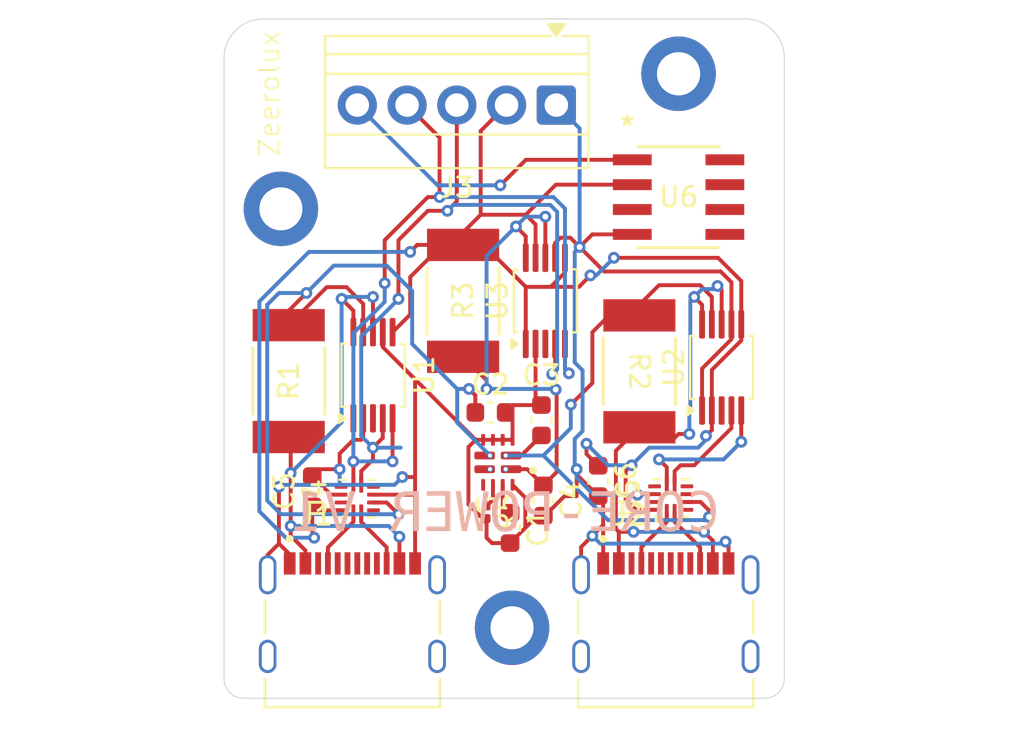
<source format=kicad_pcb>
(kicad_pcb (version 20241229) (generator "pcbnew") (generator_version "9.0")
  (layers (0 "F.Cu" signal) (2 "B.Cu" signal) (13 "F.Paste" user) (15 "B.Paste" user) (5 "F.SilkS" user "F.Silkscreen") (7 "B.SilkS" user "B.Silkscreen") (1 "F.Mask" user) (3 "B.Mask" user) (25 "Edge.Cuts" user))
  (net 0 "")
  (net 1 "Net-(U7-SS)")
  (net 2 "GND")
  (net 3 "J1V-")
  (net 4 "J2V-")
  (net 5 "MUXV+")
  (net 6 "MUXV-")
  (net 9 "CC1-1")
  (net 13 "CC2-1")
  (net 21 "CC2-2")
  (net 22 "CC1-2")
  (net 23 "SDA")
  (net 24 "RESET")
  (net 25 "SCL")
  (net 26 "J1V+")
  (net 27 "J2V+")
  (net 28 "Net-(U7-ILIM)")
  (footprint "Capacitor_SMD:C_0603_1608Metric" (layer "F.Cu") (at 92.9 113.6 90)
    (property "Reference" "C3")
    (property "Value" "10uF")
  )
  (footprint "Package_DFN_QFN:Texas_X2QFN-12_1.6x1.6mm_P0.4mm" (layer "F.Cu") (at 99.5 117.575 90)
    (property "Reference" "U5")
    (property "Value" "TUSB320")
  )
  (footprint "Package_SO:VSSOP-10_3x3mm_P0.5mm" (layer "F.Cu") (at 93.1 107.5 90)
    (property "Reference" "U3")
    (property "Value" "INA226")
  )
  (footprint "TerminalBlock:TerminalBlock_Xinya_XY308-2.54-5P_1x05_P2.54mm_Horizontal" (layer "F.Cu") (at 93.66 97.5 180)
    (property "Reference" "J3")
    (property "Value" "Screw_Terminal_01x05")
  )
  (footprint "WSLP2512R0100FEA:RES_VISHAY_WSLP2512_C_VIS" (layer "F.Cu") (at 88.9 107.5 90)
    (property "Reference" "R3")
    (property "Value" "WSLP2512R0100FEA")
  )
  (footprint "Capacitor_SMD:C_0603_1608Metric" (layer "F.Cu") (at 95.8 116.7 -90)
    (property "Reference" "C6")
    (property "Value" "100nF")
  )
  (footprint "TYPE-C-31-M-12:HRO_TYPE-C-31-M-12" (layer "F.Cu") (at 83.25 125.6625)
    (property "Reference" "J1")
    (property "Value" "USB_C_Receptacle_USB2.0_16P")
  )
  (footprint "Capacitor_SMD:C_0603_1608Metric" (layer "F.Cu") (at 91.3 119.1 -90)
    (property "Reference" "C1")
    (property "Value" "22nF")
  )
  (footprint "WSLP2512R0100FEA:RES_VISHAY_WSLP2512_C_VIS" (layer "F.Cu") (at 80 111.6 90)
    (property "Reference" "R1")
    (property "Value" "WSLP2512R0100FEA")
  )
  (footprint "" (layer "F.Cu") (at 99.9 95.9)
    (property "Reference" "")
    (property "Value" "")
  )
  (footprint "Package_SO:VSSOP-10_3x3mm_P0.5mm" (layer "F.Cu") (at 102.1 110.9 90)
    (property "Reference" "U2")
    (property "Value" "INA226")
  )
  (footprint "Capacitor_SMD:C_0603_1608Metric" (layer "F.Cu") (at 93 117.7 -90)
    (property "Reference" "C4")
    (property "Value" "22uF")
  )
  (footprint "Capacitor_SMD:C_0603_1608Metric" (layer "F.Cu") (at 90.3 113.2)
    (property "Reference" "C2")
    (property "Value" "10uF")
  )
  (footprint "Resistor_SMD:R_0201_0603Metric" (layer "F.Cu") (at 90.1 118.3 -90)
    (property "Reference" "R5")
    (property "Value" "5.5k")
  )
  (footprint "Package_SO:VSSOP-10_3x3mm_P0.5mm" (layer "F.Cu") (at 84.3 111.3 90)
    (property "Reference" "U1")
    (property "Value" "INA226")
  )
  (footprint "TYPE-C-31-M-12:HRO_TYPE-C-31-M-12" (layer "F.Cu") (at 99.25 125.6625)
    (property "Reference" "J2")
    (property "Value" "USB_C_Receptacle_USB2.0_16P")
  )
  (footprint "MountingHole:MountingHole_2.2mm_M2_DIN965_Pad" (layer "F.Cu") (at 91.4 124.2)
    (property "Reference" "REF**" (hide yes))
    (property "Value" "MountingHole_2.2mm_M2_DIN965_Pad")
  )
  (footprint "MountingHole:MountingHole_2.2mm_M2_DIN965_Pad" (layer "F.Cu") (at 99.9 95.9)
    (property "Reference" "REF**" (hide yes))
    (property "Value" "MountingHole_2.2mm_M2_DIN965_Pad")
  )
  (footprint "WSLP2512R0100FEA:RES_VISHAY_WSLP2512_C_VIS" (layer "F.Cu") (at 97.9 111.1 -90)
    (property "Reference" "R2")
    (property "Value" "WSLP2512R0100FEA")
  )
  (footprint "MountingHole:MountingHole_2.2mm_M2_DIN965_Pad" (layer "F.Cu") (at 79.6 102.8)
    (property "Reference" "REF**" (hide yes))
    (property "Value" "MountingHole_2.2mm_M2_DIN965_Pad")
  )
  (footprint "Package_DFN_QFN:Texas_X2QFN-12_1.6x1.6mm_P0.4mm" (layer "F.Cu") (at 83.5 117.6 90)
    (property "Reference" "U4")
    (property "Value" "TUSB320")
  )
  (footprint "TPS2121RUXR:IC_TPS2121RUXR" (layer "F.Cu") (at 90.675 115.75 180)
    (property "Reference" "U7")
    (property "Value" "TPS2121RUXR")
  )
  (footprint "MCP130T-315I/SN:SOIC8-N_MC_MCH" (layer "F.Cu") (at 99.9 102.2)
    (property "Reference" "U6")
    (property "Value" "MCP130T-315I/SN")
  )
  (footprint "Capacitor_SMD:C_0603_1608Metric" (layer "F.Cu") (at 81.2 117.225 90)
    (property "Reference" "C5")
    (property "Value" "100nF")
  )
  (gr_line (start 76.7 126.8) (end 76.7 95.1) (stroke (width 0.05)) (layer "Edge.Cuts"))
  (gr_arc (start 103.3 93.1) (mid 104.714214 93.685786) (end 105.3 95.1) (stroke (width 0.05)) (layer "Edge.Cuts"))
  (gr_line (start 105.3 95.1) (end 105.3 126.8) (stroke (width 0.05)) (layer "Edge.Cuts"))
  (gr_line (start 104.3 127.8) (end 77.7 127.8) (stroke (width 0.05)) (layer "Edge.Cuts"))
  (gr_arc (start 77.7 127.8) (mid 76.992893 127.507107) (end 76.7 126.8) (stroke (width 0.05)) (layer "Edge.Cuts"))
  (gr_line (start 78.7 93.1) (end 103.3 93.1) (stroke (width 0.05)) (layer "Edge.Cuts"))
  (gr_arc (start 76.7 95.1) (mid 77.285786 93.685786) (end 78.7 93.1) (stroke (width 0.05)) (layer "Edge.Cuts"))
  (gr_arc (start 105.3 126.8) (mid 105.007107 127.507107) (end 104.3 127.8) (stroke (width 0.05)) (layer "Edge.Cuts"))
  (gr_text "Zeerolux" (at 79.6 100.2 90) (layer "F.SilkS") (effects (font (size 1 1) (thickness 0.1)) (justify left bottom)))
  (gr_text "CORE-POWER V1" (at 102 119.6 0) (layer "B.SilkS") (effects (font (size 2 2) (thickness 0.1)) (justify left bottom mirror)))
  (segment (start 90.925 117.95) (end 90.925 116.9) (width 0.2) (layer "F.Cu") (net 1))
  (segment (start 91.3 118.325) (end 90.925 117.95) (width 0.2) (layer "F.Cu") (net 1))
  (segment (start 94.7 116.1) (end 94.7 117.475) (width 0.2) (layer "F.Cu") (net 2))
  (segment (start 95.5 119.5) (end 96.05 118.95) (width 0.2) (layer "F.Cu") (net 2))
  (segment (start 94.925 121.4925) (end 94.925 120.075) (width 0.2) (layer "F.Cu") (net 2))
  (segment (start 79.5 119.9) (end 79.5 119.4) (width 0.2) (layer "F.Cu") (net 2))
  (segment (start 89.174 114.967176) (end 89.541176 114.6) (width 0.2) (layer "F.Cu") (net 2))
  (segment (start 83.8 114.5) (end 83.8 113.5) (width 0.2) (layer "F.Cu") (net 2))
  (segment (start 91.3 119.875) (end 90.375 119.875) (width 0.2) (layer "F.Cu") (net 2))
  (segment (start 89.900001 118.62) (end 89.174 117.893999) (width 0.2) (layer "F.Cu") (net 2))
  (segment (start 98.675 117.375) (end 97.825 117.375) (width 0.2) (layer "F.Cu") (net 2))
  (segment (start 93.075 118.475) (end 94.075 117.475) (width 0.2) (layer "F.Cu") (net 2))
  (segment (start 91.425 113.55) (end 91.075 113.2) (width 0.2) (layer "F.Cu") (net 2))
  (segment (start 78.925 120.475) (end 78.925 121.4925) (width 0.2) (layer "F.Cu") (net 2))
  (segment (start 90.1 119.6) (end 90.1 118.62) (width 0.2) (layer "F.Cu") (net 2))
  (segment (start 86.45 117.4) (end 86.45 116.5) (width 0.2) (layer "F.Cu") (net 2))
  (segment (start 92.6 112.525) (end 92.9 112.825) (width 0.2) (layer "F.Cu") (net 2))
  (segment (start 92.7 118.475) (end 92.076 119.099) (width 0.2) (layer "F.Cu") (net 2))
  (segment (start 81.55 116.1) (end 81.2 116.45) (width 0.2) (layer "F.Cu") (net 2))
  (segment (start 93 118.475) (end 93.075 118.475) (width 0.2) (layer "F.Cu") (net 2))
  (segment (start 79.5 119.4) (end 79.5 117) (width 0.2) (layer "F.Cu") (net 2))
  (segment (start 90.375 119.875) (end 90.1 119.6) (width 0.2) (layer "F.Cu") (net 2))
  (segment (start 92.076 119.099) (end 91.3 119.875) (width 0.2) (layer "F.Cu") (net 2))
  (segment (start 102.45 119.95) (end 102.3 119.8) (width 0.2) (layer "F.Cu") (net 2))
  (segment (start 83.3 114.6) (end 83.7 114.6) (width 0.2) (layer "F.Cu") (net 2))
  (segment (start 102.45 120.9125) (end 102.45 119.95) (width 0.2) (layer "F.Cu") (net 2))
  (segment (start 82.6 115.3) (end 82.6 116.1) (width 0.2) (layer "F.Cu") (net 2))
  (segment (start 94.374 104.274) (end 94.85 104.75) (width 0.2) (layer "F.Cu") (net 2))
  (segment (start 96.05 120.9125) (end 96.05 118.95) (width 0.2) (layer "F.Cu") (net 2))
  (segment (start 86.45 120.9125) (end 86.45 117.4) (width 0.2) (layer "F.Cu") (net 2))
  (segment (start 96.05 118.95) (end 96.05 117.725) (width 0.2) (layer "F.Cu") (net 2))
  (segment (start 92.6 109.7) (end 92.6 112.525) (width 0.2) (layer "F.Cu") (net 2))
  (segment (start 95.495 104.105) (end 94.85 104.75) (width 0.2) (layer "F.Cu") (net 2))
  (segment (start 94.85 104.75) (end 96.1 106) (width 0.2) (layer "F.Cu") (net 2))
  (segment (start 84.8 109.858824) (end 85.920588 110.979412) (width 0.2) (layer "F.Cu") (net 2))
  (segment (start 79.5 119.9) (end 78.925 120.475) (width 0.2) (layer "F.Cu") (net 2))
  (segment (start 101.1 110.958824) (end 102.6 109.458824) (width 0.2) (layer "F.Cu") (net 2))
  (segment (start 96.05 117.625) (end 95.9 117.475) (width 0.2) (layer "F.Cu") (net 2))
  (segment (start 91.425 114.6) (end 91.425 113.55) (width 0.2) (layer "F.Cu") (net 2))
  (segment (start 80.05 120.9125) (end 80.05 120.45) (width 0.2) (layer "F.Cu") (net 2))
  (segment (start 82.6 116.1) (end 81.55 116.1) (width 0.2) (layer "F.Cu") (net 2))
  (segment (start 84.8 109.1) (end 84.8 109.858824) (width 0.2) (layer "F.Cu") (net 2))
  (segment (start 86.45 116.5) (end 86.45 111.508824) (width 0.2) (layer "F.Cu") (net 2))
  (segment (start 102.049943 106) (end 102.6 106.550057) (width 0.2) (layer "F.Cu") (net 2))
  (segment (start 82.15 117.4) (end 81.2 116.45) (width 0.2) (layer "F.Cu") (net 2))
  (segment (start 94.075 117.475) (end 94.7 117.475) (width 0.2) (layer "F.Cu") (net 2))
  (segment (start 93.867176 104.274) (end 94.374 104.274) (width 0.2) (layer "F.Cu") (net 2))
  (segment (start 83.3 114.6) (end 82.6 115.3) (width 0.2) (layer "F.Cu") (net 2))
  (segment (start 97.5378 104.105) (end 95.495 104.105) (width 0.2) (layer "F.Cu") (net 2))
  (segment (start 94.7 116.1) (end 94.7 116.375) (width 0.2) (layer "F.Cu") (net 2))
  (segment (start 101.1 113.1) (end 101.1 110.958824) (width 0.2) (layer "F.Cu") (net 2))
  (segment (start 84.325 117.4) (end 86.45 117.4) (width 0.2) (layer "F.Cu") (net 2))
  (segment (start 82.675 117.4) (end 82.15 117.4) (width 0.2) (layer "F.Cu") (net 2))
  (segment (start 96.1 106) (end 102.049943 106) (width 0.2) (layer "F.Cu") (net 2))
  (segment (start 85.8 116.5) (end 86.45 116.5) (width 0.2) (layer "F.Cu") (net 2))
  (segment (start 85.920588 110.979412) (end 89.541176 114.6) (width 0.2) (layer "F.Cu") (net 2))
  (segment (start 93.6 104.541176) (end 93.867176 104.274) (width 0.2) (layer "F.Cu") (net 2))
  (segment (start 93 118.475) (end 92.7 118.475) (width 0.2) (layer "F.Cu") (net 2))
  (segment (start 94.925 120.075) (end 95.5 119.5) (width 0.2) (layer "F.Cu") (net 2))
  (segment (start 90.1 118.62) (end 89.900001 118.62) (width 0.2) (layer "F.Cu") (net 2))
  (segment (start 92.9 112.825) (end 91.45 112.825) (width 0.2) (layer "F.Cu") (net 2))
  (segment (start 92.076 117.551) (end 92.076 119.099) (width 0.2) (layer "F.Cu") (net 2))
  (segment (start 80.05 120.45) (end 79.5 119.9) (width 0.2) (layer "F.Cu") (net 2))
  (segment (start 91.45 112.825) (end 91.075 113.2) (width 0.2) (layer "F.Cu") (net 2))
  (segment (start 91.425 116.9) (end 92.076 117.551) (width 0.2) (layer "F.Cu") (net 2))
  (segment (start 97.825 117.375) (end 97.8 117.4) (width 0.2) (layer "F.Cu") (net 2))
  (segment (start 102.6 106.550057) (end 102.6 108.7) (width 0.2) (layer "F.Cu") (net 2))
  (segment (start 93.6 105.3) (end 93.6 104.541176) (width 0.2) (layer "F.Cu") (net 2))
  (segment (start 86.45 111.508824) (end 85.920588 110.979412) (width 0.2) (layer "F.Cu") (net 2))
  (segment (start 96.05 117.725) (end 95.8 117.475) (width 0.2) (layer "F.Cu") (net 2))
  (segment (start 94.7 116.375) (end 95.8 117.475) (width 0.2) (layer "F.Cu") (net 2))
  (segment (start 89.174 117.893999) (end 89.174 114.967176) (width 0.2) (layer "F.Cu") (net 2))
  (segment (start 102.6 109.458824) (end 102.6 108.7) (width 0.2) (layer "F.Cu") (net 2))
  (segment (start 83.7 114.6) (end 83.8 114.5) (width 0.2) (layer "F.Cu") (net 2))
  (segment (start 83.3 113.5) (end 83.3 114.6) (width 0.2) (layer "F.Cu") (net 2))
  (segment (start 89.541176 114.6) (end 89.925 114.6) (width 0.2) (layer "F.Cu") (net 2))
  (segment (start 89.925 114.6) (end 91.425 114.6) (width 0.2) (layer "F.Cu") (net 2))
  (via (at 97.8 117.4) (size 0.6) (drill 0.3) (layers "F.Cu" "B.Cu") (net 2))
  (via (at 82.6 116.1) (size 0.6) (drill 0.3) (layers "F.Cu" "B.Cu") (net 2))
  (via (at 102.3 119.8) (size 0.6) (drill 0.3) (layers "F.Cu" "B.Cu") (net 2))
  (via (at 94.85 104.75) (size 0.6) (drill 0.3) (layers "F.Cu" "B.Cu") (net 2))
  (via (at 85.8 116.5) (size 0.6) (drill 0.3) (layers "F.Cu" "B.Cu") (net 2))
  (via (at 79.5 117) (size 0.6) (drill 0.3) (layers "F.Cu" "B.Cu") (net 2))
  (via (at 95.5 119.5) (size 0.6) (drill 0.3) (layers "F.Cu" "B.Cu") (net 2))
  (via (at 94.7 116.1) (size 0.6) (drill 0.3) (layers "F.Cu" "B.Cu") (net 2))
  (segment (start 94.85 98.69) (end 94.85 104.75) (width 0.2) (layer "B.Cu") (net 2))
  (segment (start 82.6 116.9) (end 79.6 116.9) (width 0.2) (layer "B.Cu") (net 2))
  (segment (start 94.7 116.5329) (end 94.7 116.1) (width 0.2) (layer "B.Cu") (net 2))
  (segment (start 85.8 116.5) (end 85.4 116.9) (width 0.2) (layer "B.Cu") (net 2))
  (segment (start 95 111.050057) (end 95 114.150057) (width 0.2) (layer "B.Cu") (net 2))
  (segment (start 94.6 110.650057) (end 95 111.050057) (width 0.2) (layer "B.Cu") (net 2))
  (segment (start 94.599 115.999) (end 94.7 116.1) (width 0.2) (layer "B.Cu") (net 2))
  (segment (start 97.8 117.4) (end 95.5671 117.4) (width 0.2) (layer "B.Cu") (net 2))
  (segment (start 82.6 116.1) (end 82.6 116.9) (width 0.2) (layer "B.Cu") (net 2))
  (segment (start 85.4 116.9) (end 82.6 116.9) (width 0.2) (layer "B.Cu") (net 2))
  (segment (start 93.66 97.5) (end 94.85 98.69) (width 0.2) (layer "B.Cu") (net 2))
  (segment (start 102.3 119.8) (end 102.199 119.901) (width 0.2) (layer "B.Cu") (net 2))
  (segment (start 95.901 119.901) (end 95.5 119.5) (width 0.2) (layer "B.Cu") (net 2))
  (segment (start 94.599 114.551057) (end 94.599 115.999) (width 0.2) (layer "B.Cu") (net 2))
  (segment (start 95.5671 117.4) (end 94.7 116.5329) (width 0.2) (layer "B.Cu") (net 2))
  (segment (start 94.6 105) (end 94.6 110.650057) (width 0.2) (layer "B.Cu") (net 2))
  (segment (start 94.85 104.75) (end 94.6 105) (width 0.2) (layer "B.Cu") (net 2))
  (segment (start 79.6 116.9) (end 79.5 117) (width 0.2) (layer "B.Cu") (net 2))
  (segment (start 95 114.150057) (end 94.599 114.551057) (width 0.2) (layer "B.Cu") (net 2))
  (segment (start 102.199 119.901) (end 95.901 119.901) (width 0.2) (layer "B.Cu") (net 2))
  (segment (start 89.525 112.325) (end 89.2 112) (width 0.2) (layer "F.Cu") (net 3))
  (segment (start 80 108) (end 80 108.7425) (width 0.2) (layer "F.Cu") (net 3))
  (segment (start 83.8 107.650057) (end 82.948943 106.799) (width 0.2) (layer "F.Cu") (net 3))
  (segment (start 82.948943 106.799) (end 81.9435 106.799) (width 0.2) (layer "F.Cu") (net 3))
  (segment (start 81.9435 106.799) (end 80 108.7425) (width 0.2) (layer "F.Cu") (net 3))
  (segment (start 84.325 117.8) (end 85 117.8) (width 0.2) (layer "F.Cu") (net 3))
  (segment (start 85 117.8) (end 85.6 118.4) (width 0.2) (layer "F.Cu") (net 3))
  (segment (start 80.9 107.1) (end 80 108) (width 0.2) (layer "F.Cu") (net 3))
  (segment (start 83.8 109.1) (end 83.8 107.650057) (width 0.2) (layer "F.Cu") (net 3))
  (segment (start 89.525 113.2) (end 89.525 112.325) (width 0.2) (layer "F.Cu") (net 3))
  (via (at 89.2 112) (size 0.6) (drill 0.3) (layers "F.Cu" "B.Cu") (net 3))
  (via (at 80.9 107.1) (size 0.6) (drill 0.3) (layers "F.Cu" "B.Cu") (net 3))
  (via (at 85.6 118.4) (size 0.6) (drill 0.3) (layers "F.Cu" "B.Cu") (net 3))
  (segment (start 78.9 117.7) (end 79.6 118.4) (width 0.2) (layer "B.Cu") (net 3))
  (segment (start 88.6 113.725) (end 90.275 115.4) (width 0.2) (layer "B.Cu") (net 3))
  (segment (start 86.3 109.7) (end 88.6 112) (width 0.2) (layer "B.Cu") (net 3))
  (segment (start 86.3 107) (end 86.3 109.7) (width 0.2) (layer "B.Cu") (net 3))
  (segment (start 88.6 112) (end 88.6 113.725) (width 0.2) (layer "B.Cu") (net 3))
  (segment (start 80.9 107.1) (end 79.5 107.1) (width 0.2) (layer "B.Cu") (net 3))
  (segment (start 80.9 107.1) (end 82.3 105.7) (width 0.2) (layer "B.Cu") (net 3))
  (segment (start 79.6 118.4) (end 85.6 118.4) (width 0.2) (layer "B.Cu") (net 3))
  (segment (start 89.2 112) (end 88.6 112) (width 0.2) (layer "B.Cu") (net 3))
  (segment (start 79.5 107.1) (end 78.9 107.7) (width 0.2) (layer "B.Cu") (net 3))
  (segment (start 82.3 105.7) (end 85 105.7) (width 0.2) (layer "B.Cu") (net 3))
  (segment (start 85 105.7) (end 86.3 107) (width 0.2) (layer "B.Cu") (net 3))
  (segment (start 78.9 107.7) (end 78.9 117.7) (width 0.2) (layer "B.Cu") (net 3))
  (segment (start 98.9 106.7) (end 97.9 107.7) (width 0.2) (layer "F.Cu") (net 4))
  (segment (start 96.3575 108.2425) (end 97.9 108.2425) (width 0.2) (layer "F.Cu") (net 4))
  (segment (start 101.452983 118.203172) (end 101.024811 117.775) (width 0.2) (layer "F.Cu") (net 4))
  (segment (start 97.9 107.7) (end 97.9 108.2425) (width 0.2) (layer "F.Cu") (net 4))
  (segment (start 101 106.7) (end 98.9 106.7) (width 0.2) (layer "F.Cu") (net 4))
  (segment (start 91.35 115.4) (end 91.875 115.4) (width 0.2) (layer "F.Cu") (net 4))
  (segment (start 91.875 115.4) (end 92.9 114.375) (width 0.2) (layer "F.Cu") (net 4))
  (segment (start 95.5 111.7) (end 95.5 109.1) (width 0.2) (layer "F.Cu") (net 4))
  (segment (start 101.452983 118.541051) (end 101.452983 118.203172) (width 0.2) (layer "F.Cu") (net 4))
  (segment (start 95.5 109.1) (end 96.3575 108.2425) (width 0.2) (layer "F.Cu") (net 4))
  (segment (start 101.6 108.7) (end 101.6 107.3) (width 0.2) (layer "F.Cu") (net 4))
  (segment (start 94.4 112.8) (end 95.5 111.7) (width 0.2) (layer "F.Cu") (net 4))
  (segment (start 101.024811 117.775) (end 100.325 117.775) (width 0.2) (layer "F.Cu") (net 4))
  (segment (start 101.6 107.3) (end 101 106.7) (width 0.2) (layer "F.Cu") (net 4))
  (via (at 101.452983 118.541051) (size 0.6) (drill 0.3) (layers "F.Cu" "B.Cu") (net 4))
  (via (at 94.4 112.8) (size 0.6) (drill 0.3) (layers "F.Cu" "B.Cu") (net 4))
  (segment (start 96.3 118.7) (end 93 115.4) (width 0.2) (layer "B.Cu") (net 4))
  (segment (start 101.452983 118.541051) (end 101.294034 118.7) (width 0.2) (layer "B.Cu") (net 4))
  (segment (start 94.4 114) (end 94.4 112.8) (width 0.2) (layer "B.Cu") (net 4))
  (segment (start 101.294034 118.7) (end 96.3 118.7) (width 0.2) (layer "B.Cu") (net 4))
  (segment (start 93 115.4) (end 91.075 115.4) (width 0.2) (layer "B.Cu") (net 4))
  (segment (start 93 115.4) (end 94.4 114) (width 0.2) (layer "B.Cu") (net 4))
  (segment (start 93.1 105.3) (end 93.1 103.2) (width 0.2) (layer "F.Cu") (net 5))
  (segment (start 92.1 104.2) (end 91.6 103.7) (width 0.2) (layer "F.Cu") (net 5))
  (segment (start 92.175 116.1) (end 91.35 116.1) (width 0.2) (layer "F.Cu") (net 5))
  (segment (start 93.629888 112.077888) (end 93.676 112.124) (width 0.2) (layer "F.Cu") (net 5))
  (segment (start 93.629888 112.029515) (end 93.629888 112.077888) (width 0.2) (layer "F.Cu") (net 5))
  (segment (start 93.676 116.249) (end 93 116.925) (width 0.2) (layer "F.Cu") (net 5))
  (segment (start 93.676 112.124) (end 93.676 116.249) (width 0.2) (layer "F.Cu") (net 5))
  (segment (start 90.1 112) (end 90.1 111.5575) (width 0.2) (layer "F.Cu") (net 5))
  (segment (start 93 116.925) (end 92.175 116.1) (width 0.2) (layer "F.Cu") (net 5))
  (segment (start 90.1 111.5575) (end 88.9 110.3575) (width 0.2) (layer "F.Cu") (net 5))
  (segment (start 92.1 105.3) (end 92.1 104.2) (width 0.2) (layer "F.Cu") (net 5))
  (via (at 93.1 103.2) (size 0.6) (drill 0.3) (layers "F.Cu" "B.Cu") (net 5))
  (via (at 91.6 103.7) (size 0.6) (drill 0.3) (layers "F.Cu" "B.Cu") (net 5))
  (via (at 93.629888 112.029515) (size 0.6) (drill 0.3) (layers "F.Cu" "B.Cu") (net 5))
  (via (at 90.1 112) (size 0.6) (drill 0.3) (layers "F.Cu" "B.Cu") (net 5))
  (segment (start 90.1 105.2) (end 91.6 103.7) (width 0.2) (layer "B.Cu") (net 5))
  (segment (start 93.629515 112.029515) (end 93.6 112) (width 0.2) (layer "B.Cu") (net 5))
  (segment (start 93.6 112) (end 90.1 112) (width 0.2) (layer "B.Cu") (net 5))
  (segment (start 90.1 112) (end 90.1 105.2) (width 0.2) (layer "B.Cu") (net 5))
  (segment (start 93.629888 112.029515) (end 93.629515 112.029515) (width 0.2) (layer "B.Cu") (net 5))
  (segment (start 93.1 103.2) (end 92.1 103.2) (width 0.2) (layer "B.Cu") (net 5))
  (segment (start 92.1 103.2) (end 91.6 103.7) (width 0.2) (layer "B.Cu") (net 5))
  (segment (start 97.199 116.201) (end 97.199 117.648943) (width 0.2) (layer "F.Cu") (net 6))
  (segment (start 92.6 103.6) (end 92.1 103.1) (width 0.2) (layer "F.Cu") (net 6))
  (segment (start 89.8 103.1) (end 88.9 104) (width 0.2) (layer "F.Cu") (net 6))
  (segment (start 89.8 103.1) (end 89.8 98.82) (width 0.2) (layer "F.Cu") (net 6))
  (segment (start 93.635 101.565) (end 92.1 103.1) (width 0.2) (layer "F.Cu") (net 6))
  (segment (start 86.201 108.199) (end 86.201 106.284264) (width 0.2) (layer "F.Cu") (net 6))
  (segment (start 87.842764 104.6425) (end 88.9 104.6425) (width 0.2) (layer "F.Cu") (net 6))
  (segment (start 101.6 114.1) (end 101.6 113.1) (width 0.2) (layer "F.Cu") (net 6))
  (segment (start 101.3 114.4) (end 101.6 114.1) (width 0.2) (layer "F.Cu") (net 6))
  (segment (start 92.1 109.7) (end 92.1 106.785264) (width 0.2) (layer "F.Cu") (net 6))
  (segment (start 92.1 106.785264) (end 89.957236 104.6425) (width 0.2) (layer "F.Cu") (net 6))
  (segment (start 89.8 98.82) (end 91.12 97.5) (width 0.2) (layer "F.Cu") (net 6))
  (segment (start 81.2 119.5) (end 81.2 118) (width 0.2) (layer "F.Cu") (net 6))
  (segment (start 97.199 117.648943) (end 97.725057 118.175) (width 0.2) (layer "F.Cu") (net 6))
  (segment (start 81.3 119.6) (end 81.2 119.5) (width 0.2) (layer "F.Cu") (net 6))
  (segment (start 93.37356 106.785264) (end 92.1 106.785264) (width 0.2) (layer "F.Cu") (net 6))
  (segment (start 97.5 115.9) (end 97.199 116.201) (width 0.2) (layer "F.Cu") (net 6))
  (segment (start 88.9 104) (end 88.9 104.6425) (width 0.2) (layer "F.Cu") (net 6))
  (segment (start 95.2 114.8) (end 95.2 115.325) (width 0.2) (layer "F.Cu") (net 6))
  (segment (start 86.201 106.284264) (end 87.842764 104.6425) (width 0.2) (layer "F.Cu") (net 6))
  (segment (start 97.5378 101.565) (end 93.635 101.565) (width 0.2) (layer "F.Cu") (net 6))
  (segment (start 101.6 111.025924) (end 103.1 109.525924) (width 0.2) (layer "F.Cu") (net 6))
  (segment (start 101.6 113.1) (end 101.6 111.025924) (width 0.2) (layer "F.Cu") (net 6))
  (segment (start 103.1 109.525924) (end 103.1 108.7) (width 0.2) (layer "F.Cu") (net 6))
  (segment (start 86.2 105) (end 86.5575 104.6425) (width 0.2) (layer "F.Cu") (net 6))
  (segment (start 103.1 108.7) (end 103.1 106.482957) (width 0.2) (layer "F.Cu") (net 6))
  (segment (start 81.4 118.2) (end 82.675 118.2) (width 0.2) (layer "F.Cu") (net 6))
  (segment (start 94.1 106.058824) (end 93.37356 106.785264) (width 0.2) (layer "F.Cu") (net 6))
  (segment (start 95.2 115.325) (end 95.8 115.925) (width 0.2) (layer "F.Cu") (net 6))
  (segment (start 86.5575 104.6425) (end 88.9 104.6425) (width 0.2) (layer "F.Cu") (net 6))
  (segment (start 92.1 103.1) (end 89.8 103.1) (width 0.2) (layer "F.Cu") (net 6))
  (segment (start 95.9 115.925) (end 95.9 115.5) (width 0.2) (layer "F.Cu") (net 6))
  (segment (start 94.1 105.3) (end 94.1 106.058824) (width 0.2) (layer "F.Cu") (net 6))
  (segment (start 81.2 118) (end 81.4 118.2) (width 0.2) (layer "F.Cu") (net 6))
  (segment (start 93.37356 106.785264) (end 94.814736 106.785264) (width 0.2) (layer "F.Cu") (net 6))
  (segment (start 103.1 106.482957) (end 101.917043 105.3) (width 0.2) (layer "F.Cu") (net 6))
  (segment (start 85.3 109.1) (end 86.201 108.199) (width 0.2) (layer "F.Cu") (net 6))
  (segment (start 94.814736 106.785264) (end 95.4 106.2) (width 0.2) (layer "F.Cu") (net 6))
  (segment (start 92.6 105.3) (end 92.6 103.6) (width 0.2) (layer "F.Cu") (net 6))
  (segment (start 101.917043 105.3) (end 96.6 105.3) (width 0.2) (layer "F.Cu") (net 6))
  (segment (start 89.957236 104.6425) (end 88.9 104.6425) (width 0.2) (layer "F.Cu") (net 6))
  (segment (start 97.725057 118.175) (end 98.675 118.175) (width 0.2) (layer "F.Cu") (net 6))
  (via (at 96.6 105.3) (size 0.6) (drill 0.3) (layers "F.Cu" "B.Cu") (net 6))
  (via (at 101.3 114.4) (size 0.6) (drill 0.3) (layers "F.Cu" "B.Cu") (net 6))
  (via (at 81.3 119.6) (size 0.6) (drill 0.3) (layers "F.Cu" "B.Cu") (net 6))
  (via (at 97.5 115.9) (size 0.6) (drill 0.3) (layers "F.Cu" "B.Cu") (net 6))
  (via (at 86.2 105) (size 0.6) (drill 0.3) (layers "F.Cu" "B.Cu") (net 6))
  (via (at 95.2 114.8) (size 0.6) (drill 0.3) (layers "F.Cu" "B.Cu") (net 6))
  (via (at 95.4 106.2) (size 0.6) (drill 0.3) (layers "F.Cu" "B.Cu") (net 6))
  (segment (start 97.5 115.9) (end 96.3 115.9) (width 0.2) (layer "B.Cu") (net 6))
  (segment (start 100.901 114.999) (end 101.3 114.6) (width 0.2) (layer "B.Cu") (net 6))
  (segment (start 96.3 115.9) (end 95.2 114.8) (width 0.2) (layer "B.Cu") (net 6))
  (segment (start 97.5 115.9) (end 98.401 114.999) (width 0.2) (layer "B.Cu") (net 6))
  (segment (start 95.7 106.2) (end 96.6 105.3) (width 0.2) (layer "B.Cu") (net 6))
  (segment (start 78.499 107.5339) (end 81.0329 105) (width 0.2) (layer "B.Cu") (net 6))
  (segment (start 101.3 114.6) (end 101.3 114.4) (width 0.2) (layer "B.Cu") (net 6))
  (segment (start 79.850057 119.6) (end 78.499 118.248943) (width 0.2) (layer "B.Cu") (net 6))
  (segment (start 81.3 119.6) (end 79.850057 119.6) (width 0.2) (layer "B.Cu") (net 6))
  (segment (start 78.499 118.248943) (end 78.499 107.5339) (width 0.2) (layer "B.Cu") (net 6))
  (segment (start 98.401 114.999) (end 100.901 114.999) (width 0.2) (layer "B.Cu") (net 6))
  (segment (start 81.0329 105) (end 86.2 105) (width 0.2) (layer "B.Cu") (net 6))
  (segment (start 95.4 106.2) (end 95.7 106.2) (width 0.2) (layer "B.Cu") (net 6))
  (segment (start 83.3 118.325) (end 83.3 118.7905) (width 0.2) (layer "F.Cu") (net 9))
  (segment (start 82 120.0905) (end 82 120.9125) (width 0.2) (layer "F.Cu") (net 9))
  (segment (start 83.3 118.7905) (end 82 120.0905) (width 0.2) (layer "F.Cu") (net 9))
  (segment (start 83.7 118.325) (end 83.7 118.7905) (width 0.2) (layer "F.Cu") (net 13))
  (segment (start 83.7 118.7905) (end 85 120.0905) (width 0.2) (layer "F.Cu") (net 13))
  (segment (start 85 120.0905) (end 85 120.9125) (width 0.2) (layer "F.Cu") (net 13))
  (segment (start 99.7 118.3) (end 99.7 118.7905) (width 0.2) (layer "F.Cu") (net 21))
  (segment (start 99.7 118.7905) (end 101 120.0905) (width 0.2) (layer "F.Cu") (net 21))
  (segment (start 101 120.0905) (end 101 120.9125) (width 0.2) (layer "F.Cu") (net 21))
  (segment (start 99.3 118.3) (end 99.3 118.7905) (width 0.2) (layer "F.Cu") (net 22))
  (segment (start 99.3 118.7905) (end 98 120.0905) (width 0.2) (layer "F.Cu") (net 22))
  (segment (start 98 120.0905) (end 98 120.9125) (width 0.2) (layer "F.Cu") (net 22))
  (segment (start 100.7 115.9) (end 102.6 114) (width 0.2) (layer "F.Cu") (net 23))
  (segment (start 102.6 114) (end 102.6 113.1) (width 0.2) (layer "F.Cu") (net 23))
  (segment (start 87.1 102.9) (end 88.1 102.9) (width 0.2) (layer "F.Cu") (net 23))
  (segment (start 85.6 107.4) (end 85.6 104.4) (width 0.2) (layer "F.Cu") (net 23))
  (segment (start 83.7 116.875) (end 83.7 116.2) (width 0.2) (layer "F.Cu") (net 23))
  (segment (start 84.8 114.5) (end 84.8 113.5) (width 0.2) (layer "F.Cu") (net 23))
  (segment (start 93.6 111.1) (end 93.6 109.7) (width 0.2) (layer "F.Cu") (net 23))
  (segment (start 84.3 115.6) (end 84.3 115) (width 0.2) (layer "F.Cu") (net 23))
  (segment (start 85.6 104.4) (end 87.1 102.9) (width 0.2) (layer "F.Cu") (net 23))
  (segment (start 84.3 115) (end 84.8 114.5) (width 0.2) (layer "F.Cu") (net 23))
  (segment (start 93.45 111.25) (end 93.6 111.1) (width 0.2) (layer "F.Cu") (net 23))
  (segment (start 83.7 116.2) (end 84.3 115.6) (width 0.2) (layer "F.Cu") (net 23))
  (segment (start 88.58 97.5) (end 88.58 102.42) (width 0.2) (layer "F.Cu") (net 23))
  (segment (start 99.7 116.2) (end 100 115.9) (width 0.2) (layer "F.Cu") (net 23))
  (segment (start 88.58 102.42) (end 88.1 102.9) (width 0.2) (layer "F.Cu") (net 23))
  (segment (start 100 115.9) (end 100.7 115.9) (width 0.2) (layer "F.Cu") (net 23))
  (segment (start 99.7 116.85) (end 99.7 116.2) (width 0.2) (layer "F.Cu") (net 23))
  (via (at 93.45 111.25) (size 0.6) (drill 0.3) (layers "F.Cu" "B.Cu") (net 23))
  (via (at 84.3 115) (size 0.6) (drill 0.3) (layers "F.Cu" "B.Cu") (net 23))
  (via (at 85.6 107.4) (size 0.6) (drill 0.3) (layers "F.Cu" "B.Cu") (net 23))
  (via (at 88.1 102.9) (size 0.6) (drill 0.3) (layers "F.Cu" "B.Cu") (net 23))
  (segment (start 93.6 111.1) (end 93.45 111.25) (width 0.2) (layer "B.Cu") (net 23))
  (segment (start 84.558522 108.458521) (end 85.6 107.417043) (width 0.2) (layer "B.Cu") (net 23))
  (segment (start 83.701 109.316043) (end 84.558522 108.458521) (width 0.2) (layer "B.Cu") (net 23))
  (segment (start 93.348943 102.599) (end 93.701 102.951057) (width 0.2) (layer "B.Cu") (net 23))
  (segment (start 93.701 102.951057) (end 93.701 110.999) (width 0.2) (layer "B.Cu") (net 23))
  (segment (start 93.45 111.25) (end 93.3 111.4) (width 0.2) (layer "B.Cu") (net 23))
  (segment (start 84.3 115) (end 85.717043 115) (width 0.2) (layer "B.Cu") (net 23))
  (segment (start 83.701 112.5) (end 83.701 109.316043) (width 0.2) (layer "B.Cu") (net 23))
  (segment (start 84.3 115) (end 83.701 114.401) (width 0.2) (layer "B.Cu") (net 23))
  (segment (start 88.1 102.9) (end 88.401 102.599) (width 0.2) (layer "B.Cu") (net 23))
  (segment (start 83.701 114.401) (end 83.701 112.5) (width 0.2) (layer "B.Cu") (net 23))
  (segment (start 93.701 110.999) (end 93.6 111.1) (width 0.2) (layer "B.Cu") (net 23))
  (segment (start 85.6 107.417043) (end 85.6 107.4) (width 0.2) (layer "B.Cu") (net 23))
  (segment (start 88.401 102.599) (end 93.348943 102.599) (width 0.2) (layer "B.Cu") (net 23))
  (segment (start 91.2 101.2) (end 92.105 100.295) (width 0.2) (layer "F.Cu") (net 24))
  (segment (start 90.8 101.598) (end 91.198 101.2) (width 0.2) (layer "F.Cu") (net 24))
  (segment (start 92.105 100.295) (end 97.5378 100.295) (width 0.2) (layer "F.Cu") (net 24))
  (segment (start 91.198 101.2) (end 91.2 101.2) (width 0.2) (layer "F.Cu") (net 24))
  (via (at 90.8 101.598) (size 0.6) (drill 0.3) (layers "F.Cu" "B.Cu") (net 24))
  (segment (start 87.598 101.598) (end 83.5 97.5) (width 0.2) (layer "B.Cu") (net 24))
  (segment (start 90.8 101.598) (end 87.598 101.598) (width 0.2) (layer "B.Cu") (net 24))
  (segment (start 94.1 111) (end 94.1 109.7) (width 0.2) (layer "F.Cu") (net 25))
  (segment (start 87.7 99.16) (end 86.04 97.5) (width 0.2) (layer "F.Cu") (net 25))
  (segment (start 99.3 116.85) (end 99.3 116) (width 0.2) (layer "F.Cu") (net 25))
  (segment (start 84.9 104.4) (end 87.1 102.2) (width 0.2) (layer "F.Cu") (net 25))
  (segment (start 85.3 115.7) (end 85.3 113.5) (width 0.2) (layer "F.Cu") (net 25))
  (segment (start 94.3 111.2) (end 94.1 111) (width 0.2) (layer "F.Cu") (net 25))
  (segment (start 87.7 102.2) (end 87.7 99.16) (width 0.2) (layer "F.Cu") (net 25))
  (segment (start 87.1 102.2) (end 87.7 102.2) (width 0.2) (layer "F.Cu") (net 25))
  (segment (start 83.3 116.875) (end 83.3 115.7) (width 0.2) (layer "F.Cu") (net 25))
  (segment (start 84.9 106.6) (end 84.9 104.4) (width 0.2) (layer "F.Cu") (net 25))
  (segment (start 99.3 116) (end 98.9 115.6) (width 0.2) (layer "F.Cu") (net 25))
  (segment (start 103.1 114.7) (end 103.1 113.1) (width 0.2) (layer "F.Cu") (net 25))
  (via (at 103.1 114.7) (size 0.6) (drill 0.3) (layers "F.Cu" "B.Cu") (net 25))
  (via (at 87.7 102.2) (size 0.6) (drill 0.3) (layers "F.Cu" "B.Cu") (net 25))
  (via (at 85.3 115.7) (size 0.6) (drill 0.3) (layers "F.Cu" "B.Cu") (net 25))
  (via (at 84.9 106.6) (size 0.6) (drill 0.3) (layers "F.Cu" "B.Cu") (net 25))
  (via (at 83.3 115.7) (size 0.6) (drill 0.3) (layers "F.Cu" "B.Cu") (net 25))
  (via (at 98.9 115.6) (size 0.6) (drill 0.3) (layers "F.Cu" "B.Cu") (net 25))
  (via (at 94.3 111.2) (size 0.6) (drill 0.3) (layers "F.Cu" "B.Cu") (net 25))
  (segment (start 84.9 107.050057) (end 84.901 107.051057) (width 0.2) (layer "B.Cu") (net 25))
  (segment (start 102.2 115.6) (end 103.1 114.7) (width 0.2) (layer "B.Cu") (net 25))
  (segment (start 94.102 102.784957) (end 93.515043 102.198) (width 0.2) (layer "B.Cu") (net 25))
  (segment (start 83.3 115.7) (end 84.9 115.7) (width 0.2) (layer "B.Cu") (net 25))
  (segment (start 94.102 111.002) (end 94.102 102.784957) (width 0.2) (layer "B.Cu") (net 25))
  (segment (start 93.515043 102.198) (end 87.702 102.198) (width 0.2) (layer "B.Cu") (net 25))
  (segment (start 83.3 109.149943) (end 83.3 115.7) (width 0.2) (layer "B.Cu") (net 25))
  (segment (start 94.3 111.2) (end 94.102 111.002) (width 0.2) (layer "B.Cu") (net 25))
  (segment (start 98.9 115.6) (end 102.2 115.6) (width 0.2) (layer "B.Cu") (net 25))
  (segment (start 87.702 102.198) (end 87.7 102.2) (width 0.2) (layer "B.Cu") (net 25))
  (segment (start 84.901 107.051057) (end 84.901 107.548943) (width 0.2) (layer "B.Cu") (net 25))
  (segment (start 84.9 106.6) (end 84.9 107.050057) (width 0.2) (layer "B.Cu") (net 25))
  (segment (start 84.9 115.7) (end 85.3 115.7) (width 0.2) (layer "B.Cu") (net 25))
  (segment (start 84.901 107.548943) (end 83.3 109.149943) (width 0.2) (layer "B.Cu") (net 25))
  (segment (start 80.1 119.5) (end 80.85 120.25) (width 0.2) (layer "F.Cu") (net 26))
  (segment (start 85.65 119.55) (end 85.65 120.9125) (width 0.2) (layer "F.Cu") (net 26))
  (segment (start 83.3 109.1) (end 83.3 108) (width 0.2) (layer "F.Cu") (net 26))
  (segment (start 83.3 108) (end 82.7 107.4) (width 0.2) (layer "F.Cu") (net 26))
  (segment (start 80.1 114.5575) (end 80 114.4575) (width 0.2) (layer "F.Cu") (net 26))
  (segment (start 84.3 109.1) (end 84.3 107.3) (width 0.2) (layer "F.Cu") (net 26))
  (segment (start 80.1 119) (end 80.1 119.5) (width 0.2) (layer "F.Cu") (net 26))
  (segment (start 80.1 119) (end 80.1 114.5575) (width 0.2) (layer "F.Cu") (net 26))
  (segment (start 80.85 120.25) (end 80.85 120.9125) (width 0.2) (layer "F.Cu") (net 26))
  (via (at 80.1 119) (size 0.6) (drill 0.3) (layers "F.Cu" "B.Cu") (net 26))
  (via (at 85.65 119.55) (size 0.6) (drill 0.3) (layers "F.Cu" "B.Cu") (net 26))
  (via (at 82.7 107.4) (size 0.6) (drill 0.3) (layers "F.Cu" "B.Cu") (net 26))
  (via (at 80.1 116.3) (size 0.6) (drill 0.3) (layers "F.Cu" "B.Cu") (net 26))
  (via (at 84.3 107.3) (size 0.6) (drill 0.3) (layers "F.Cu" "B.Cu") (net 26))
  (segment (start 80.1 119) (end 85.1 119) (width 0.2) (layer "B.Cu") (net 26))
  (segment (start 82.7 113.7) (end 82.7 107.4) (width 0.2) (layer "B.Cu") (net 26))
  (segment (start 80.1 116.3) (end 82.7 113.7) (width 0.2) (layer "B.Cu") (net 26))
  (segment (start 85.1 119) (end 85.65 119.55) (width 0.2) (layer "B.Cu") (net 26))
  (segment (start 84.3 107.3) (end 82.8 107.3) (width 0.2) (layer "B.Cu") (net 26))
  (segment (start 82.8 107.3) (end 82.7 107.4) (width 0.2) (layer "B.Cu") (net 26))
  (segment (start 97.6 119.3) (end 96.85 119.3) (width 0.2) (layer "F.Cu") (net 27))
  (segment (start 101.65 119.75) (end 101.2 119.3) (width 0.2) (layer "F.Cu") (net 27))
  (segment (start 99.9 114.3) (end 99.6 114.6) (width 0.2) (layer "F.Cu") (net 27))
  (segment (start 102.1 106.951471) (end 102.1 108.7) (width 0.2) (layer "F.Cu") (net 27))
  (segment (start 96.85 119.3) (end 96.7 119.15) (width 0.2) (layer "F.Cu") (net 27))
  (segment (start 100.45 114.3) (end 99.9 114.3) (width 0.2) (layer "F.Cu") (net 27))
  (segment (start 101.8901 106.741571) (end 102.1 106.951471) (width 0.2) (layer "F.Cu") (net 27))
  (segment (start 101.1 108.7) (end 101.1 107.7) (width 0.2) (layer "F.Cu") (net 27))
  (segment (start 101.65 120.9125) (end 101.65 119.75) (width 0.2) (layer "F.Cu") (net 27))
  (segment (start 101.1 107.7) (end 100.7 107.3) (width 0.2) (layer "F.Cu") (net 27))
  (segment (start 96.85 120.9125) (end 96.85 119.3) (width 0.2) (layer "F.Cu") (net 27))
  (segment (start 98.5425 114.6) (end 97.9 113.9575) (width 0.2) (layer "F.Cu") (net 27))
  (segment (start 96.7 115.1575) (end 97.9 113.9575) (width 0.2) (layer "F.Cu") (net 27))
  (segment (start 99.6 114.6) (end 98.5425 114.6) (width 0.2) (layer "F.Cu") (net 27))
  (segment (start 96.7 119.15) (end 96.7 115.1575) (width 0.2) (layer "F.Cu") (net 27))
  (via (at 101.8901 106.741571) (size 0.6) (drill 0.3) (layers "F.Cu" "B.Cu") (net 27))
  (via (at 97.6 119.3) (size 0.6) (drill 0.3) (layers "F.Cu" "B.Cu") (net 27))
  (via (at 100.45 114.3) (size 0.6) (drill 0.3) (layers "F.Cu" "B.Cu") (net 27))
  (via (at 100.7 107.3) (size 0.6) (drill 0.3) (layers "F.Cu" "B.Cu") (net 27))
  (via (at 101.2 119.3) (size 0.6) (drill 0.3) (layers "F.Cu" "B.Cu") (net 27))
  (segment (start 101.731671 106.9) (end 101.1 106.9) (width 0.2) (layer "B.Cu") (net 27))
  (segment (start 100.45 113.2) (end 100.5 113.15) (width 0.2) (layer "B.Cu") (net 27))
  (segment (start 101.2 119.3) (end 97.6 119.3) (width 0.2) (layer "B.Cu") (net 27))
  (segment (start 100.5 113.15) (end 100.5 107.5) (width 0.2) (layer "B.Cu") (net 27))
  (segment (start 101.1 106.9) (end 100.7 107.3) (width 0.2) (layer "B.Cu") (net 27))
  (segment (start 101.8901 106.741571) (end 101.731671 106.9) (width 0.2) (layer "B.Cu") (net 27))
  (segment (start 100.5 107.5) (end 100.7 107.3) (width 0.2) (layer "B.Cu") (net 27))
  (segment (start 100.45 114.3) (end 100.45 113.2) (width 0.2) (layer "B.Cu") (net 27))
  (segment (start 90.425 116.9) (end 90.425 117.655) (width 0.2) (layer "F.Cu") (net 28))
  (segment (start 90.425 117.655) (end 90.1 117.98) (width 0.2) (layer "F.Cu") (net 28))
)
</source>
